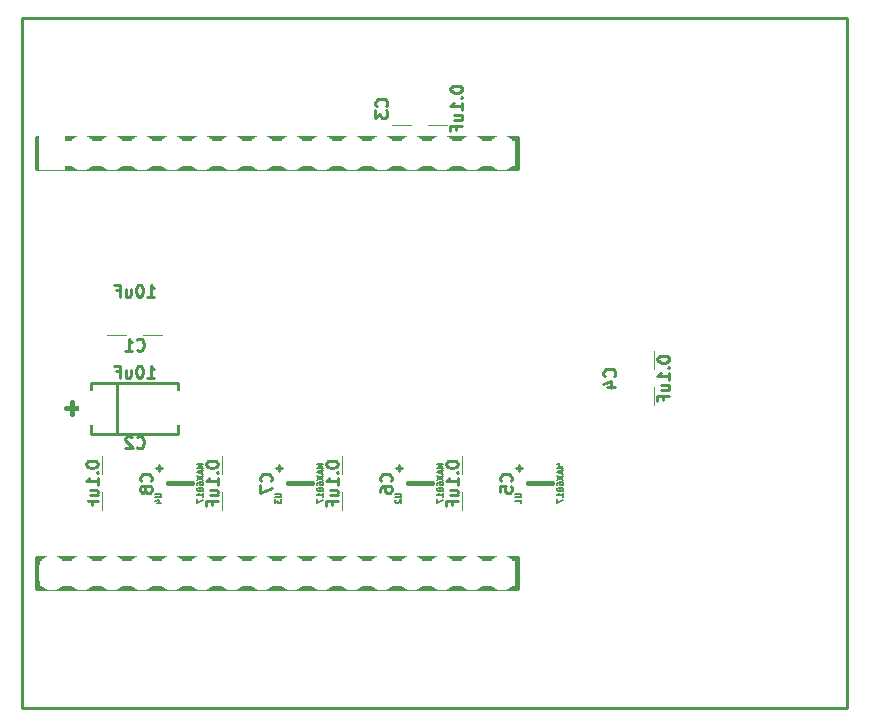
<source format=gbo>
G04 #@! TF.FileFunction,Legend,Bot*
%FSLAX46Y46*%
G04 Gerber Fmt 4.6, Leading zero omitted, Abs format (unit mm)*
G04 Created by KiCad (PCBNEW 4.1.0-alpha+201608211231+7083~46~ubuntu16.04.1-product) date Fri Aug 26 15:46:51 2016*
%MOMM*%
%LPD*%
G01*
G04 APERTURE LIST*
%ADD10C,0.100000*%
%ADD11C,0.228600*%
%ADD12C,0.127000*%
%ADD13C,0.381000*%
%ADD14C,0.254000*%
%ADD15R,1.670000X2.940000*%
%ADD16R,3.170000X2.950000*%
%ADD17R,2.940000X1.670000*%
%ADD18R,2.940000X2.254200*%
%ADD19O,2.940000X2.254200*%
%ADD20C,2.940000*%
%ADD21O,2.254200X2.940000*%
%ADD22R,2.254200X2.940000*%
%ADD23C,3.956000*%
%ADD24R,0.762000X1.534160*%
%ADD25C,3.900000*%
G04 APERTURE END LIST*
D10*
D11*
X143510000Y-70485000D02*
X73660000Y-70485000D01*
X143510000Y-128905000D02*
X143510000Y-70485000D01*
X73660000Y-128905000D02*
X143510000Y-128905000D01*
X73660000Y-70485000D02*
X73660000Y-128905000D01*
D12*
X82423000Y-97282000D02*
X80899000Y-97282000D01*
X80899000Y-97282000D02*
X80899000Y-94488000D01*
X80899000Y-94488000D02*
X82423000Y-94488000D01*
X83947000Y-94488000D02*
X85471000Y-94488000D01*
X85471000Y-94488000D02*
X85471000Y-97282000D01*
X85471000Y-97282000D02*
X83947000Y-97282000D01*
D11*
X81661000Y-105664000D02*
X81661000Y-101346000D01*
X79502000Y-101346000D02*
X86868000Y-101346000D01*
X79502000Y-105664000D02*
X86868000Y-105664000D01*
D13*
X77851000Y-102997000D02*
X77851000Y-104013000D01*
X78359000Y-103505000D02*
X77343000Y-103505000D01*
D11*
X79502000Y-105664000D02*
X79502000Y-101346000D01*
X86868000Y-101346000D02*
X86868000Y-105664000D01*
D12*
X106553000Y-79502000D02*
X105029000Y-79502000D01*
X105029000Y-79502000D02*
X105029000Y-76708000D01*
X105029000Y-76708000D02*
X106553000Y-76708000D01*
X108077000Y-76708000D02*
X109601000Y-76708000D01*
X109601000Y-76708000D02*
X109601000Y-79502000D01*
X109601000Y-79502000D02*
X108077000Y-79502000D01*
X124333000Y-100203000D02*
X124333000Y-98679000D01*
X124333000Y-98679000D02*
X127127000Y-98679000D01*
X127127000Y-98679000D02*
X127127000Y-100203000D01*
X127127000Y-101727000D02*
X127127000Y-103251000D01*
X127127000Y-103251000D02*
X124333000Y-103251000D01*
X124333000Y-103251000D02*
X124333000Y-101727000D01*
X113792000Y-110617000D02*
X113792000Y-112141000D01*
X113792000Y-112141000D02*
X110998000Y-112141000D01*
X110998000Y-112141000D02*
X110998000Y-110617000D01*
X110998000Y-109093000D02*
X110998000Y-107569000D01*
X110998000Y-107569000D02*
X113792000Y-107569000D01*
X113792000Y-107569000D02*
X113792000Y-109093000D01*
X103632000Y-110617000D02*
X103632000Y-112141000D01*
X103632000Y-112141000D02*
X100838000Y-112141000D01*
X100838000Y-112141000D02*
X100838000Y-110617000D01*
X100838000Y-109093000D02*
X100838000Y-107569000D01*
X100838000Y-107569000D02*
X103632000Y-107569000D01*
X103632000Y-107569000D02*
X103632000Y-109093000D01*
X93472000Y-110617000D02*
X93472000Y-112141000D01*
X93472000Y-112141000D02*
X90678000Y-112141000D01*
X90678000Y-112141000D02*
X90678000Y-110617000D01*
X90678000Y-109093000D02*
X90678000Y-107569000D01*
X90678000Y-107569000D02*
X93472000Y-107569000D01*
X93472000Y-107569000D02*
X93472000Y-109093000D01*
X83312000Y-110617000D02*
X83312000Y-112141000D01*
X83312000Y-112141000D02*
X80518000Y-112141000D01*
X80518000Y-112141000D02*
X80518000Y-110617000D01*
X80518000Y-109093000D02*
X80518000Y-107569000D01*
X80518000Y-107569000D02*
X83312000Y-107569000D01*
X83312000Y-107569000D02*
X83312000Y-109093000D01*
D13*
X74930000Y-116205000D02*
X74930000Y-118745000D01*
X74930000Y-118745000D02*
X115570000Y-118745000D01*
X115570000Y-118745000D02*
X115570000Y-116205000D01*
X115570000Y-116205000D02*
X74930000Y-116205000D01*
X74930000Y-80645000D02*
X74930000Y-83185000D01*
X74930000Y-83185000D02*
X115570000Y-83185000D01*
X115570000Y-83185000D02*
X115570000Y-80645000D01*
X115570000Y-80645000D02*
X74930000Y-80645000D01*
X116459000Y-109855000D02*
X118491000Y-109855000D01*
D11*
X115697000Y-108331000D02*
X115697000Y-108839000D01*
X115443000Y-108585000D02*
X115951000Y-108585000D01*
D13*
X106299000Y-109855000D02*
X108331000Y-109855000D01*
D11*
X105537000Y-108331000D02*
X105537000Y-108839000D01*
X105283000Y-108585000D02*
X105791000Y-108585000D01*
D13*
X96139000Y-109855000D02*
X98171000Y-109855000D01*
D11*
X95377000Y-108331000D02*
X95377000Y-108839000D01*
X95123000Y-108585000D02*
X95631000Y-108585000D01*
D13*
X85979000Y-109855000D02*
X88011000Y-109855000D01*
D11*
X85217000Y-108331000D02*
X85217000Y-108839000D01*
X84963000Y-108585000D02*
X85471000Y-108585000D01*
D14*
X83354333Y-98533857D02*
X83402714Y-98582238D01*
X83547857Y-98630619D01*
X83644619Y-98630619D01*
X83789761Y-98582238D01*
X83886523Y-98485476D01*
X83934904Y-98388714D01*
X83983285Y-98195190D01*
X83983285Y-98050047D01*
X83934904Y-97856523D01*
X83886523Y-97759761D01*
X83789761Y-97663000D01*
X83644619Y-97614619D01*
X83547857Y-97614619D01*
X83402714Y-97663000D01*
X83354333Y-97711380D01*
X82386714Y-98630619D02*
X82967285Y-98630619D01*
X82677000Y-98630619D02*
X82677000Y-97614619D01*
X82773761Y-97759761D01*
X82870523Y-97856523D01*
X82967285Y-97904904D01*
X84273571Y-94058619D02*
X84854142Y-94058619D01*
X84563857Y-94058619D02*
X84563857Y-93042619D01*
X84660619Y-93187761D01*
X84757380Y-93284523D01*
X84854142Y-93332904D01*
X83644619Y-93042619D02*
X83547857Y-93042619D01*
X83451095Y-93091000D01*
X83402714Y-93139380D01*
X83354333Y-93236142D01*
X83305952Y-93429666D01*
X83305952Y-93671571D01*
X83354333Y-93865095D01*
X83402714Y-93961857D01*
X83451095Y-94010238D01*
X83547857Y-94058619D01*
X83644619Y-94058619D01*
X83741380Y-94010238D01*
X83789761Y-93961857D01*
X83838142Y-93865095D01*
X83886523Y-93671571D01*
X83886523Y-93429666D01*
X83838142Y-93236142D01*
X83789761Y-93139380D01*
X83741380Y-93091000D01*
X83644619Y-93042619D01*
X82435095Y-93381285D02*
X82435095Y-94058619D01*
X82870523Y-93381285D02*
X82870523Y-93913476D01*
X82822142Y-94010238D01*
X82725380Y-94058619D01*
X82580238Y-94058619D01*
X82483476Y-94010238D01*
X82435095Y-93961857D01*
X81612619Y-93526428D02*
X81951285Y-93526428D01*
X81951285Y-94058619D02*
X81951285Y-93042619D01*
X81467476Y-93042619D01*
X83354333Y-106788857D02*
X83402714Y-106837238D01*
X83547857Y-106885619D01*
X83644619Y-106885619D01*
X83789761Y-106837238D01*
X83886523Y-106740476D01*
X83934904Y-106643714D01*
X83983285Y-106450190D01*
X83983285Y-106305047D01*
X83934904Y-106111523D01*
X83886523Y-106014761D01*
X83789761Y-105918000D01*
X83644619Y-105869619D01*
X83547857Y-105869619D01*
X83402714Y-105918000D01*
X83354333Y-105966380D01*
X82967285Y-105966380D02*
X82918904Y-105918000D01*
X82822142Y-105869619D01*
X82580238Y-105869619D01*
X82483476Y-105918000D01*
X82435095Y-105966380D01*
X82386714Y-106063142D01*
X82386714Y-106159904D01*
X82435095Y-106305047D01*
X83015666Y-106885619D01*
X82386714Y-106885619D01*
X84273571Y-100916619D02*
X84854142Y-100916619D01*
X84563857Y-100916619D02*
X84563857Y-99900619D01*
X84660619Y-100045761D01*
X84757380Y-100142523D01*
X84854142Y-100190904D01*
X83644619Y-99900619D02*
X83547857Y-99900619D01*
X83451095Y-99949000D01*
X83402714Y-99997380D01*
X83354333Y-100094142D01*
X83305952Y-100287666D01*
X83305952Y-100529571D01*
X83354333Y-100723095D01*
X83402714Y-100819857D01*
X83451095Y-100868238D01*
X83547857Y-100916619D01*
X83644619Y-100916619D01*
X83741380Y-100868238D01*
X83789761Y-100819857D01*
X83838142Y-100723095D01*
X83886523Y-100529571D01*
X83886523Y-100287666D01*
X83838142Y-100094142D01*
X83789761Y-99997380D01*
X83741380Y-99949000D01*
X83644619Y-99900619D01*
X82435095Y-100239285D02*
X82435095Y-100916619D01*
X82870523Y-100239285D02*
X82870523Y-100771476D01*
X82822142Y-100868238D01*
X82725380Y-100916619D01*
X82580238Y-100916619D01*
X82483476Y-100868238D01*
X82435095Y-100819857D01*
X81612619Y-100384428D02*
X81951285Y-100384428D01*
X81951285Y-100916619D02*
X81951285Y-99900619D01*
X81467476Y-99900619D01*
X104502857Y-77935666D02*
X104551238Y-77887285D01*
X104599619Y-77742142D01*
X104599619Y-77645380D01*
X104551238Y-77500238D01*
X104454476Y-77403476D01*
X104357714Y-77355095D01*
X104164190Y-77306714D01*
X104019047Y-77306714D01*
X103825523Y-77355095D01*
X103728761Y-77403476D01*
X103632000Y-77500238D01*
X103583619Y-77645380D01*
X103583619Y-77742142D01*
X103632000Y-77887285D01*
X103680380Y-77935666D01*
X103583619Y-78274333D02*
X103583619Y-78903285D01*
X103970666Y-78564619D01*
X103970666Y-78709761D01*
X104019047Y-78806523D01*
X104067428Y-78854904D01*
X104164190Y-78903285D01*
X104406095Y-78903285D01*
X104502857Y-78854904D01*
X104551238Y-78806523D01*
X104599619Y-78709761D01*
X104599619Y-78419476D01*
X104551238Y-78322714D01*
X104502857Y-78274333D01*
X109933619Y-76435857D02*
X109933619Y-76532619D01*
X109982000Y-76629380D01*
X110030380Y-76677761D01*
X110127142Y-76726142D01*
X110320666Y-76774523D01*
X110562571Y-76774523D01*
X110756095Y-76726142D01*
X110852857Y-76677761D01*
X110901238Y-76629380D01*
X110949619Y-76532619D01*
X110949619Y-76435857D01*
X110901238Y-76339095D01*
X110852857Y-76290714D01*
X110756095Y-76242333D01*
X110562571Y-76193952D01*
X110320666Y-76193952D01*
X110127142Y-76242333D01*
X110030380Y-76290714D01*
X109982000Y-76339095D01*
X109933619Y-76435857D01*
X110852857Y-77209952D02*
X110901238Y-77258333D01*
X110949619Y-77209952D01*
X110901238Y-77161571D01*
X110852857Y-77209952D01*
X110949619Y-77209952D01*
X110949619Y-78225952D02*
X110949619Y-77645380D01*
X110949619Y-77935666D02*
X109933619Y-77935666D01*
X110078761Y-77838904D01*
X110175523Y-77742142D01*
X110223904Y-77645380D01*
X110272285Y-79096809D02*
X110949619Y-79096809D01*
X110272285Y-78661380D02*
X110804476Y-78661380D01*
X110901238Y-78709761D01*
X110949619Y-78806523D01*
X110949619Y-78951666D01*
X110901238Y-79048428D01*
X110852857Y-79096809D01*
X110417428Y-79919285D02*
X110417428Y-79580619D01*
X110949619Y-79580619D02*
X109933619Y-79580619D01*
X109933619Y-80064428D01*
X123806857Y-100795666D02*
X123855238Y-100747285D01*
X123903619Y-100602142D01*
X123903619Y-100505380D01*
X123855238Y-100360238D01*
X123758476Y-100263476D01*
X123661714Y-100215095D01*
X123468190Y-100166714D01*
X123323047Y-100166714D01*
X123129523Y-100215095D01*
X123032761Y-100263476D01*
X122936000Y-100360238D01*
X122887619Y-100505380D01*
X122887619Y-100602142D01*
X122936000Y-100747285D01*
X122984380Y-100795666D01*
X123226285Y-101666523D02*
X123903619Y-101666523D01*
X122839238Y-101424619D02*
X123564952Y-101182714D01*
X123564952Y-101811666D01*
X127459619Y-99295857D02*
X127459619Y-99392619D01*
X127508000Y-99489380D01*
X127556380Y-99537761D01*
X127653142Y-99586142D01*
X127846666Y-99634523D01*
X128088571Y-99634523D01*
X128282095Y-99586142D01*
X128378857Y-99537761D01*
X128427238Y-99489380D01*
X128475619Y-99392619D01*
X128475619Y-99295857D01*
X128427238Y-99199095D01*
X128378857Y-99150714D01*
X128282095Y-99102333D01*
X128088571Y-99053952D01*
X127846666Y-99053952D01*
X127653142Y-99102333D01*
X127556380Y-99150714D01*
X127508000Y-99199095D01*
X127459619Y-99295857D01*
X128378857Y-100069952D02*
X128427238Y-100118333D01*
X128475619Y-100069952D01*
X128427238Y-100021571D01*
X128378857Y-100069952D01*
X128475619Y-100069952D01*
X128475619Y-101085952D02*
X128475619Y-100505380D01*
X128475619Y-100795666D02*
X127459619Y-100795666D01*
X127604761Y-100698904D01*
X127701523Y-100602142D01*
X127749904Y-100505380D01*
X127798285Y-101956809D02*
X128475619Y-101956809D01*
X127798285Y-101521380D02*
X128330476Y-101521380D01*
X128427238Y-101569761D01*
X128475619Y-101666523D01*
X128475619Y-101811666D01*
X128427238Y-101908428D01*
X128378857Y-101956809D01*
X127943428Y-102779285D02*
X127943428Y-102440619D01*
X128475619Y-102440619D02*
X127459619Y-102440619D01*
X127459619Y-102924428D01*
X115043857Y-109685666D02*
X115092238Y-109637285D01*
X115140619Y-109492142D01*
X115140619Y-109395380D01*
X115092238Y-109250238D01*
X114995476Y-109153476D01*
X114898714Y-109105095D01*
X114705190Y-109056714D01*
X114560047Y-109056714D01*
X114366523Y-109105095D01*
X114269761Y-109153476D01*
X114173000Y-109250238D01*
X114124619Y-109395380D01*
X114124619Y-109492142D01*
X114173000Y-109637285D01*
X114221380Y-109685666D01*
X114124619Y-110604904D02*
X114124619Y-110121095D01*
X114608428Y-110072714D01*
X114560047Y-110121095D01*
X114511666Y-110217857D01*
X114511666Y-110459761D01*
X114560047Y-110556523D01*
X114608428Y-110604904D01*
X114705190Y-110653285D01*
X114947095Y-110653285D01*
X115043857Y-110604904D01*
X115092238Y-110556523D01*
X115140619Y-110459761D01*
X115140619Y-110217857D01*
X115092238Y-110121095D01*
X115043857Y-110072714D01*
X109552619Y-108185857D02*
X109552619Y-108282619D01*
X109601000Y-108379380D01*
X109649380Y-108427761D01*
X109746142Y-108476142D01*
X109939666Y-108524523D01*
X110181571Y-108524523D01*
X110375095Y-108476142D01*
X110471857Y-108427761D01*
X110520238Y-108379380D01*
X110568619Y-108282619D01*
X110568619Y-108185857D01*
X110520238Y-108089095D01*
X110471857Y-108040714D01*
X110375095Y-107992333D01*
X110181571Y-107943952D01*
X109939666Y-107943952D01*
X109746142Y-107992333D01*
X109649380Y-108040714D01*
X109601000Y-108089095D01*
X109552619Y-108185857D01*
X110471857Y-108959952D02*
X110520238Y-109008333D01*
X110568619Y-108959952D01*
X110520238Y-108911571D01*
X110471857Y-108959952D01*
X110568619Y-108959952D01*
X110568619Y-109975952D02*
X110568619Y-109395380D01*
X110568619Y-109685666D02*
X109552619Y-109685666D01*
X109697761Y-109588904D01*
X109794523Y-109492142D01*
X109842904Y-109395380D01*
X109891285Y-110846809D02*
X110568619Y-110846809D01*
X109891285Y-110411380D02*
X110423476Y-110411380D01*
X110520238Y-110459761D01*
X110568619Y-110556523D01*
X110568619Y-110701666D01*
X110520238Y-110798428D01*
X110471857Y-110846809D01*
X110036428Y-111669285D02*
X110036428Y-111330619D01*
X110568619Y-111330619D02*
X109552619Y-111330619D01*
X109552619Y-111814428D01*
X104883857Y-109685666D02*
X104932238Y-109637285D01*
X104980619Y-109492142D01*
X104980619Y-109395380D01*
X104932238Y-109250238D01*
X104835476Y-109153476D01*
X104738714Y-109105095D01*
X104545190Y-109056714D01*
X104400047Y-109056714D01*
X104206523Y-109105095D01*
X104109761Y-109153476D01*
X104013000Y-109250238D01*
X103964619Y-109395380D01*
X103964619Y-109492142D01*
X104013000Y-109637285D01*
X104061380Y-109685666D01*
X103964619Y-110556523D02*
X103964619Y-110363000D01*
X104013000Y-110266238D01*
X104061380Y-110217857D01*
X104206523Y-110121095D01*
X104400047Y-110072714D01*
X104787095Y-110072714D01*
X104883857Y-110121095D01*
X104932238Y-110169476D01*
X104980619Y-110266238D01*
X104980619Y-110459761D01*
X104932238Y-110556523D01*
X104883857Y-110604904D01*
X104787095Y-110653285D01*
X104545190Y-110653285D01*
X104448428Y-110604904D01*
X104400047Y-110556523D01*
X104351666Y-110459761D01*
X104351666Y-110266238D01*
X104400047Y-110169476D01*
X104448428Y-110121095D01*
X104545190Y-110072714D01*
X99392619Y-108185857D02*
X99392619Y-108282619D01*
X99441000Y-108379380D01*
X99489380Y-108427761D01*
X99586142Y-108476142D01*
X99779666Y-108524523D01*
X100021571Y-108524523D01*
X100215095Y-108476142D01*
X100311857Y-108427761D01*
X100360238Y-108379380D01*
X100408619Y-108282619D01*
X100408619Y-108185857D01*
X100360238Y-108089095D01*
X100311857Y-108040714D01*
X100215095Y-107992333D01*
X100021571Y-107943952D01*
X99779666Y-107943952D01*
X99586142Y-107992333D01*
X99489380Y-108040714D01*
X99441000Y-108089095D01*
X99392619Y-108185857D01*
X100311857Y-108959952D02*
X100360238Y-109008333D01*
X100408619Y-108959952D01*
X100360238Y-108911571D01*
X100311857Y-108959952D01*
X100408619Y-108959952D01*
X100408619Y-109975952D02*
X100408619Y-109395380D01*
X100408619Y-109685666D02*
X99392619Y-109685666D01*
X99537761Y-109588904D01*
X99634523Y-109492142D01*
X99682904Y-109395380D01*
X99731285Y-110846809D02*
X100408619Y-110846809D01*
X99731285Y-110411380D02*
X100263476Y-110411380D01*
X100360238Y-110459761D01*
X100408619Y-110556523D01*
X100408619Y-110701666D01*
X100360238Y-110798428D01*
X100311857Y-110846809D01*
X99876428Y-111669285D02*
X99876428Y-111330619D01*
X100408619Y-111330619D02*
X99392619Y-111330619D01*
X99392619Y-111814428D01*
X94723857Y-109685666D02*
X94772238Y-109637285D01*
X94820619Y-109492142D01*
X94820619Y-109395380D01*
X94772238Y-109250238D01*
X94675476Y-109153476D01*
X94578714Y-109105095D01*
X94385190Y-109056714D01*
X94240047Y-109056714D01*
X94046523Y-109105095D01*
X93949761Y-109153476D01*
X93853000Y-109250238D01*
X93804619Y-109395380D01*
X93804619Y-109492142D01*
X93853000Y-109637285D01*
X93901380Y-109685666D01*
X93804619Y-110024333D02*
X93804619Y-110701666D01*
X94820619Y-110266238D01*
X89232619Y-108185857D02*
X89232619Y-108282619D01*
X89281000Y-108379380D01*
X89329380Y-108427761D01*
X89426142Y-108476142D01*
X89619666Y-108524523D01*
X89861571Y-108524523D01*
X90055095Y-108476142D01*
X90151857Y-108427761D01*
X90200238Y-108379380D01*
X90248619Y-108282619D01*
X90248619Y-108185857D01*
X90200238Y-108089095D01*
X90151857Y-108040714D01*
X90055095Y-107992333D01*
X89861571Y-107943952D01*
X89619666Y-107943952D01*
X89426142Y-107992333D01*
X89329380Y-108040714D01*
X89281000Y-108089095D01*
X89232619Y-108185857D01*
X90151857Y-108959952D02*
X90200238Y-109008333D01*
X90248619Y-108959952D01*
X90200238Y-108911571D01*
X90151857Y-108959952D01*
X90248619Y-108959952D01*
X90248619Y-109975952D02*
X90248619Y-109395380D01*
X90248619Y-109685666D02*
X89232619Y-109685666D01*
X89377761Y-109588904D01*
X89474523Y-109492142D01*
X89522904Y-109395380D01*
X89571285Y-110846809D02*
X90248619Y-110846809D01*
X89571285Y-110411380D02*
X90103476Y-110411380D01*
X90200238Y-110459761D01*
X90248619Y-110556523D01*
X90248619Y-110701666D01*
X90200238Y-110798428D01*
X90151857Y-110846809D01*
X89716428Y-111669285D02*
X89716428Y-111330619D01*
X90248619Y-111330619D02*
X89232619Y-111330619D01*
X89232619Y-111814428D01*
X84563857Y-109685666D02*
X84612238Y-109637285D01*
X84660619Y-109492142D01*
X84660619Y-109395380D01*
X84612238Y-109250238D01*
X84515476Y-109153476D01*
X84418714Y-109105095D01*
X84225190Y-109056714D01*
X84080047Y-109056714D01*
X83886523Y-109105095D01*
X83789761Y-109153476D01*
X83693000Y-109250238D01*
X83644619Y-109395380D01*
X83644619Y-109492142D01*
X83693000Y-109637285D01*
X83741380Y-109685666D01*
X84080047Y-110266238D02*
X84031666Y-110169476D01*
X83983285Y-110121095D01*
X83886523Y-110072714D01*
X83838142Y-110072714D01*
X83741380Y-110121095D01*
X83693000Y-110169476D01*
X83644619Y-110266238D01*
X83644619Y-110459761D01*
X83693000Y-110556523D01*
X83741380Y-110604904D01*
X83838142Y-110653285D01*
X83886523Y-110653285D01*
X83983285Y-110604904D01*
X84031666Y-110556523D01*
X84080047Y-110459761D01*
X84080047Y-110266238D01*
X84128428Y-110169476D01*
X84176809Y-110121095D01*
X84273571Y-110072714D01*
X84467095Y-110072714D01*
X84563857Y-110121095D01*
X84612238Y-110169476D01*
X84660619Y-110266238D01*
X84660619Y-110459761D01*
X84612238Y-110556523D01*
X84563857Y-110604904D01*
X84467095Y-110653285D01*
X84273571Y-110653285D01*
X84176809Y-110604904D01*
X84128428Y-110556523D01*
X84080047Y-110459761D01*
X79072619Y-108185857D02*
X79072619Y-108282619D01*
X79121000Y-108379380D01*
X79169380Y-108427761D01*
X79266142Y-108476142D01*
X79459666Y-108524523D01*
X79701571Y-108524523D01*
X79895095Y-108476142D01*
X79991857Y-108427761D01*
X80040238Y-108379380D01*
X80088619Y-108282619D01*
X80088619Y-108185857D01*
X80040238Y-108089095D01*
X79991857Y-108040714D01*
X79895095Y-107992333D01*
X79701571Y-107943952D01*
X79459666Y-107943952D01*
X79266142Y-107992333D01*
X79169380Y-108040714D01*
X79121000Y-108089095D01*
X79072619Y-108185857D01*
X79991857Y-108959952D02*
X80040238Y-109008333D01*
X80088619Y-108959952D01*
X80040238Y-108911571D01*
X79991857Y-108959952D01*
X80088619Y-108959952D01*
X80088619Y-109975952D02*
X80088619Y-109395380D01*
X80088619Y-109685666D02*
X79072619Y-109685666D01*
X79217761Y-109588904D01*
X79314523Y-109492142D01*
X79362904Y-109395380D01*
X79411285Y-110846809D02*
X80088619Y-110846809D01*
X79411285Y-110411380D02*
X79943476Y-110411380D01*
X80040238Y-110459761D01*
X80088619Y-110556523D01*
X80088619Y-110701666D01*
X80040238Y-110798428D01*
X79991857Y-110846809D01*
X79556428Y-111669285D02*
X79556428Y-111330619D01*
X80088619Y-111330619D02*
X79072619Y-111330619D01*
X79072619Y-111814428D01*
D12*
X115418809Y-110737952D02*
X115830047Y-110737952D01*
X115878428Y-110762142D01*
X115902619Y-110786333D01*
X115926809Y-110834714D01*
X115926809Y-110931476D01*
X115902619Y-110979857D01*
X115878428Y-111004047D01*
X115830047Y-111028238D01*
X115418809Y-111028238D01*
X115926809Y-111536238D02*
X115926809Y-111245952D01*
X115926809Y-111391095D02*
X115418809Y-111391095D01*
X115491380Y-111342714D01*
X115539761Y-111294333D01*
X115563952Y-111245952D01*
X119482809Y-108258428D02*
X118974809Y-108258428D01*
X119337666Y-108427761D01*
X118974809Y-108597095D01*
X119482809Y-108597095D01*
X119337666Y-108814809D02*
X119337666Y-109056714D01*
X119482809Y-108766428D02*
X118974809Y-108935761D01*
X119482809Y-109105095D01*
X118974809Y-109226047D02*
X119482809Y-109564714D01*
X118974809Y-109564714D02*
X119482809Y-109226047D01*
X118974809Y-109975952D02*
X118974809Y-109879190D01*
X118999000Y-109830809D01*
X119023190Y-109806619D01*
X119095761Y-109758238D01*
X119192523Y-109734047D01*
X119386047Y-109734047D01*
X119434428Y-109758238D01*
X119458619Y-109782428D01*
X119482809Y-109830809D01*
X119482809Y-109927571D01*
X119458619Y-109975952D01*
X119434428Y-110000142D01*
X119386047Y-110024333D01*
X119265095Y-110024333D01*
X119216714Y-110000142D01*
X119192523Y-109975952D01*
X119168333Y-109927571D01*
X119168333Y-109830809D01*
X119192523Y-109782428D01*
X119216714Y-109758238D01*
X119265095Y-109734047D01*
X119192523Y-110314619D02*
X119168333Y-110266238D01*
X119144142Y-110242047D01*
X119095761Y-110217857D01*
X119071571Y-110217857D01*
X119023190Y-110242047D01*
X118999000Y-110266238D01*
X118974809Y-110314619D01*
X118974809Y-110411380D01*
X118999000Y-110459761D01*
X119023190Y-110483952D01*
X119071571Y-110508142D01*
X119095761Y-110508142D01*
X119144142Y-110483952D01*
X119168333Y-110459761D01*
X119192523Y-110411380D01*
X119192523Y-110314619D01*
X119216714Y-110266238D01*
X119240904Y-110242047D01*
X119289285Y-110217857D01*
X119386047Y-110217857D01*
X119434428Y-110242047D01*
X119458619Y-110266238D01*
X119482809Y-110314619D01*
X119482809Y-110411380D01*
X119458619Y-110459761D01*
X119434428Y-110483952D01*
X119386047Y-110508142D01*
X119289285Y-110508142D01*
X119240904Y-110483952D01*
X119216714Y-110459761D01*
X119192523Y-110411380D01*
X119482809Y-110991952D02*
X119482809Y-110701666D01*
X119482809Y-110846809D02*
X118974809Y-110846809D01*
X119047380Y-110798428D01*
X119095761Y-110750047D01*
X119119952Y-110701666D01*
X118974809Y-111161285D02*
X118974809Y-111499952D01*
X119482809Y-111282238D01*
X105258809Y-110737952D02*
X105670047Y-110737952D01*
X105718428Y-110762142D01*
X105742619Y-110786333D01*
X105766809Y-110834714D01*
X105766809Y-110931476D01*
X105742619Y-110979857D01*
X105718428Y-111004047D01*
X105670047Y-111028238D01*
X105258809Y-111028238D01*
X105307190Y-111245952D02*
X105283000Y-111270142D01*
X105258809Y-111318523D01*
X105258809Y-111439476D01*
X105283000Y-111487857D01*
X105307190Y-111512047D01*
X105355571Y-111536238D01*
X105403952Y-111536238D01*
X105476523Y-111512047D01*
X105766809Y-111221761D01*
X105766809Y-111536238D01*
X109322809Y-108258428D02*
X108814809Y-108258428D01*
X109177666Y-108427761D01*
X108814809Y-108597095D01*
X109322809Y-108597095D01*
X109177666Y-108814809D02*
X109177666Y-109056714D01*
X109322809Y-108766428D02*
X108814809Y-108935761D01*
X109322809Y-109105095D01*
X108814809Y-109226047D02*
X109322809Y-109564714D01*
X108814809Y-109564714D02*
X109322809Y-109226047D01*
X108814809Y-109975952D02*
X108814809Y-109879190D01*
X108839000Y-109830809D01*
X108863190Y-109806619D01*
X108935761Y-109758238D01*
X109032523Y-109734047D01*
X109226047Y-109734047D01*
X109274428Y-109758238D01*
X109298619Y-109782428D01*
X109322809Y-109830809D01*
X109322809Y-109927571D01*
X109298619Y-109975952D01*
X109274428Y-110000142D01*
X109226047Y-110024333D01*
X109105095Y-110024333D01*
X109056714Y-110000142D01*
X109032523Y-109975952D01*
X109008333Y-109927571D01*
X109008333Y-109830809D01*
X109032523Y-109782428D01*
X109056714Y-109758238D01*
X109105095Y-109734047D01*
X109032523Y-110314619D02*
X109008333Y-110266238D01*
X108984142Y-110242047D01*
X108935761Y-110217857D01*
X108911571Y-110217857D01*
X108863190Y-110242047D01*
X108839000Y-110266238D01*
X108814809Y-110314619D01*
X108814809Y-110411380D01*
X108839000Y-110459761D01*
X108863190Y-110483952D01*
X108911571Y-110508142D01*
X108935761Y-110508142D01*
X108984142Y-110483952D01*
X109008333Y-110459761D01*
X109032523Y-110411380D01*
X109032523Y-110314619D01*
X109056714Y-110266238D01*
X109080904Y-110242047D01*
X109129285Y-110217857D01*
X109226047Y-110217857D01*
X109274428Y-110242047D01*
X109298619Y-110266238D01*
X109322809Y-110314619D01*
X109322809Y-110411380D01*
X109298619Y-110459761D01*
X109274428Y-110483952D01*
X109226047Y-110508142D01*
X109129285Y-110508142D01*
X109080904Y-110483952D01*
X109056714Y-110459761D01*
X109032523Y-110411380D01*
X109322809Y-110991952D02*
X109322809Y-110701666D01*
X109322809Y-110846809D02*
X108814809Y-110846809D01*
X108887380Y-110798428D01*
X108935761Y-110750047D01*
X108959952Y-110701666D01*
X108814809Y-111161285D02*
X108814809Y-111499952D01*
X109322809Y-111282238D01*
X95098809Y-110737952D02*
X95510047Y-110737952D01*
X95558428Y-110762142D01*
X95582619Y-110786333D01*
X95606809Y-110834714D01*
X95606809Y-110931476D01*
X95582619Y-110979857D01*
X95558428Y-111004047D01*
X95510047Y-111028238D01*
X95098809Y-111028238D01*
X95098809Y-111221761D02*
X95098809Y-111536238D01*
X95292333Y-111366904D01*
X95292333Y-111439476D01*
X95316523Y-111487857D01*
X95340714Y-111512047D01*
X95389095Y-111536238D01*
X95510047Y-111536238D01*
X95558428Y-111512047D01*
X95582619Y-111487857D01*
X95606809Y-111439476D01*
X95606809Y-111294333D01*
X95582619Y-111245952D01*
X95558428Y-111221761D01*
X99162809Y-108258428D02*
X98654809Y-108258428D01*
X99017666Y-108427761D01*
X98654809Y-108597095D01*
X99162809Y-108597095D01*
X99017666Y-108814809D02*
X99017666Y-109056714D01*
X99162809Y-108766428D02*
X98654809Y-108935761D01*
X99162809Y-109105095D01*
X98654809Y-109226047D02*
X99162809Y-109564714D01*
X98654809Y-109564714D02*
X99162809Y-109226047D01*
X98654809Y-109975952D02*
X98654809Y-109879190D01*
X98679000Y-109830809D01*
X98703190Y-109806619D01*
X98775761Y-109758238D01*
X98872523Y-109734047D01*
X99066047Y-109734047D01*
X99114428Y-109758238D01*
X99138619Y-109782428D01*
X99162809Y-109830809D01*
X99162809Y-109927571D01*
X99138619Y-109975952D01*
X99114428Y-110000142D01*
X99066047Y-110024333D01*
X98945095Y-110024333D01*
X98896714Y-110000142D01*
X98872523Y-109975952D01*
X98848333Y-109927571D01*
X98848333Y-109830809D01*
X98872523Y-109782428D01*
X98896714Y-109758238D01*
X98945095Y-109734047D01*
X98872523Y-110314619D02*
X98848333Y-110266238D01*
X98824142Y-110242047D01*
X98775761Y-110217857D01*
X98751571Y-110217857D01*
X98703190Y-110242047D01*
X98679000Y-110266238D01*
X98654809Y-110314619D01*
X98654809Y-110411380D01*
X98679000Y-110459761D01*
X98703190Y-110483952D01*
X98751571Y-110508142D01*
X98775761Y-110508142D01*
X98824142Y-110483952D01*
X98848333Y-110459761D01*
X98872523Y-110411380D01*
X98872523Y-110314619D01*
X98896714Y-110266238D01*
X98920904Y-110242047D01*
X98969285Y-110217857D01*
X99066047Y-110217857D01*
X99114428Y-110242047D01*
X99138619Y-110266238D01*
X99162809Y-110314619D01*
X99162809Y-110411380D01*
X99138619Y-110459761D01*
X99114428Y-110483952D01*
X99066047Y-110508142D01*
X98969285Y-110508142D01*
X98920904Y-110483952D01*
X98896714Y-110459761D01*
X98872523Y-110411380D01*
X99162809Y-110991952D02*
X99162809Y-110701666D01*
X99162809Y-110846809D02*
X98654809Y-110846809D01*
X98727380Y-110798428D01*
X98775761Y-110750047D01*
X98799952Y-110701666D01*
X98654809Y-111161285D02*
X98654809Y-111499952D01*
X99162809Y-111282238D01*
X84938809Y-110737952D02*
X85350047Y-110737952D01*
X85398428Y-110762142D01*
X85422619Y-110786333D01*
X85446809Y-110834714D01*
X85446809Y-110931476D01*
X85422619Y-110979857D01*
X85398428Y-111004047D01*
X85350047Y-111028238D01*
X84938809Y-111028238D01*
X85108142Y-111487857D02*
X85446809Y-111487857D01*
X84914619Y-111366904D02*
X85277476Y-111245952D01*
X85277476Y-111560428D01*
X89002809Y-108258428D02*
X88494809Y-108258428D01*
X88857666Y-108427761D01*
X88494809Y-108597095D01*
X89002809Y-108597095D01*
X88857666Y-108814809D02*
X88857666Y-109056714D01*
X89002809Y-108766428D02*
X88494809Y-108935761D01*
X89002809Y-109105095D01*
X88494809Y-109226047D02*
X89002809Y-109564714D01*
X88494809Y-109564714D02*
X89002809Y-109226047D01*
X88494809Y-109975952D02*
X88494809Y-109879190D01*
X88519000Y-109830809D01*
X88543190Y-109806619D01*
X88615761Y-109758238D01*
X88712523Y-109734047D01*
X88906047Y-109734047D01*
X88954428Y-109758238D01*
X88978619Y-109782428D01*
X89002809Y-109830809D01*
X89002809Y-109927571D01*
X88978619Y-109975952D01*
X88954428Y-110000142D01*
X88906047Y-110024333D01*
X88785095Y-110024333D01*
X88736714Y-110000142D01*
X88712523Y-109975952D01*
X88688333Y-109927571D01*
X88688333Y-109830809D01*
X88712523Y-109782428D01*
X88736714Y-109758238D01*
X88785095Y-109734047D01*
X88712523Y-110314619D02*
X88688333Y-110266238D01*
X88664142Y-110242047D01*
X88615761Y-110217857D01*
X88591571Y-110217857D01*
X88543190Y-110242047D01*
X88519000Y-110266238D01*
X88494809Y-110314619D01*
X88494809Y-110411380D01*
X88519000Y-110459761D01*
X88543190Y-110483952D01*
X88591571Y-110508142D01*
X88615761Y-110508142D01*
X88664142Y-110483952D01*
X88688333Y-110459761D01*
X88712523Y-110411380D01*
X88712523Y-110314619D01*
X88736714Y-110266238D01*
X88760904Y-110242047D01*
X88809285Y-110217857D01*
X88906047Y-110217857D01*
X88954428Y-110242047D01*
X88978619Y-110266238D01*
X89002809Y-110314619D01*
X89002809Y-110411380D01*
X88978619Y-110459761D01*
X88954428Y-110483952D01*
X88906047Y-110508142D01*
X88809285Y-110508142D01*
X88760904Y-110483952D01*
X88736714Y-110459761D01*
X88712523Y-110411380D01*
X89002809Y-110991952D02*
X89002809Y-110701666D01*
X89002809Y-110846809D02*
X88494809Y-110846809D01*
X88567380Y-110798428D01*
X88615761Y-110750047D01*
X88639952Y-110701666D01*
X88494809Y-111161285D02*
X88494809Y-111499952D01*
X89002809Y-111282238D01*
%LPC*%
D15*
X81661000Y-95885000D03*
X84709000Y-95885000D03*
D16*
X79965000Y-103505000D03*
X86405000Y-103505000D03*
D15*
X105791000Y-78105000D03*
X108839000Y-78105000D03*
D17*
X125730000Y-99441000D03*
X125730000Y-102489000D03*
X112395000Y-111379000D03*
X112395000Y-108331000D03*
X102235000Y-111379000D03*
X102235000Y-108331000D03*
X92075000Y-111379000D03*
X92075000Y-108331000D03*
X81915000Y-111379000D03*
X81915000Y-108331000D03*
D18*
X120650000Y-107315000D03*
D19*
X120650000Y-104775000D03*
X120650000Y-102235000D03*
X120650000Y-99695000D03*
X120650000Y-97155000D03*
X120650000Y-94615000D03*
D20*
X132080000Y-81280000D03*
X132080000Y-74930000D03*
X132080000Y-87630000D03*
X125730000Y-81280000D03*
X138430000Y-81280000D03*
D21*
X78740000Y-81915000D03*
X81280000Y-81915000D03*
D22*
X76200000Y-81915000D03*
D21*
X83820000Y-81915000D03*
X86360000Y-81915000D03*
X88900000Y-81915000D03*
X91440000Y-81915000D03*
X93980000Y-81915000D03*
X96520000Y-81915000D03*
X99060000Y-81915000D03*
X101600000Y-81915000D03*
X104140000Y-81915000D03*
X106680000Y-81915000D03*
X109220000Y-81915000D03*
X111760000Y-81915000D03*
X114300000Y-81915000D03*
X114300000Y-117475000D03*
X111760000Y-117475000D03*
X109220000Y-117475000D03*
X106680000Y-117475000D03*
X104140000Y-117475000D03*
X101600000Y-117475000D03*
X99060000Y-117475000D03*
X96520000Y-117475000D03*
X93980000Y-117475000D03*
X91440000Y-117475000D03*
X88900000Y-117475000D03*
X86360000Y-117475000D03*
X83820000Y-117475000D03*
X81280000Y-117475000D03*
X78740000Y-117475000D03*
X76200000Y-117475000D03*
D23*
X77470000Y-86995000D03*
X77470000Y-112395000D03*
X118110000Y-117475000D03*
X118110000Y-81915000D03*
D21*
X125730000Y-111760000D03*
D22*
X123190000Y-111760000D03*
D24*
X116525040Y-108656120D03*
X117475000Y-108656120D03*
X118424960Y-108656120D03*
X118424960Y-111053880D03*
X117475000Y-111053880D03*
X116525040Y-111053880D03*
X106365040Y-108656120D03*
X107315000Y-108656120D03*
X108264960Y-108656120D03*
X108264960Y-111053880D03*
X107315000Y-111053880D03*
X106365040Y-111053880D03*
X96205040Y-108656120D03*
X97155000Y-108656120D03*
X98104960Y-108656120D03*
X98104960Y-111053880D03*
X97155000Y-111053880D03*
X96205040Y-111053880D03*
X86045040Y-108656120D03*
X86995000Y-108656120D03*
X87944960Y-108656120D03*
X87944960Y-111053880D03*
X86995000Y-111053880D03*
X86045040Y-111053880D03*
D25*
X76335000Y-73395000D03*
X115435000Y-73395000D03*
X115435000Y-125995000D03*
X76335000Y-125995000D03*
D22*
X83185000Y-73695000D03*
D21*
X85725000Y-73695000D03*
X88265000Y-73695000D03*
X90805000Y-73695000D03*
X93345000Y-73695000D03*
X95885000Y-73695000D03*
X98425000Y-73695000D03*
X100965000Y-73695000D03*
X103505000Y-73695000D03*
X106045000Y-73695000D03*
X108585000Y-73695000D03*
M02*

</source>
